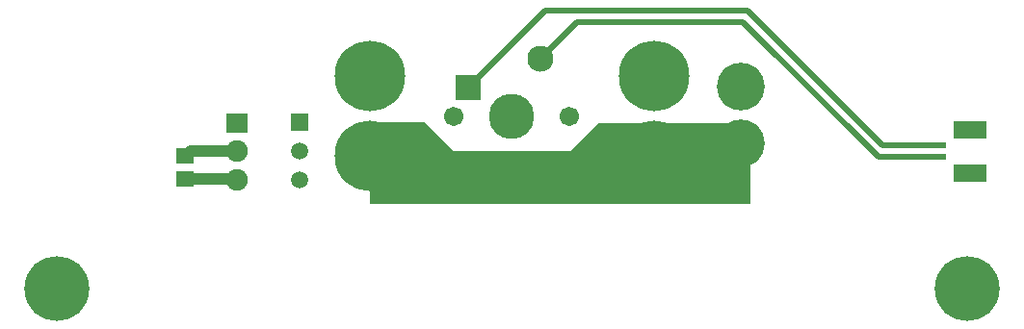
<source format=gbl>
G04*
G04 #@! TF.GenerationSoftware,Altium Limited,Altium Designer,20.0.9 (164)*
G04*
G04 Layer_Physical_Order=2*
G04 Layer_Color=16711680*
%FSLAX25Y25*%
%MOIN*%
G70*
G01*
G75*
%ADD24C,0.15700*%
%ADD25C,0.06700*%
%ADD26C,0.09055*%
%ADD27R,0.09055X0.09055*%
%ADD28C,0.00315*%
%ADD34C,0.03937*%
%ADD36C,0.24410*%
%ADD37R,0.07480X0.07087*%
%ADD38C,0.07480*%
%ADD39R,0.05906X0.05906*%
%ADD40C,0.05906*%
%ADD41C,0.16535*%
%ADD42C,0.01575*%
%ADD43C,0.22441*%
%ADD44R,0.05906X0.05512*%
%ADD45R,0.07874X0.01968*%
%ADD46R,0.11811X0.05906*%
%ADD47C,0.01968*%
G36*
X-20000Y-11317D02*
X20179D01*
X29823Y-1673D01*
X82677D01*
Y-29528D01*
X-49213D01*
Y-1317D01*
X-30000D01*
X-20000Y-11317D01*
D02*
G37*
D24*
X0Y787D02*
D03*
D25*
X-20000D02*
D03*
X20000D02*
D03*
D26*
X10000Y20787D02*
D03*
D27*
X-15000Y10787D02*
D03*
D28*
X0Y787D02*
D03*
D34*
X-95472Y-21063D02*
X-95276Y-21260D01*
X-112795Y-21063D02*
X-95472D01*
X-112992Y-20866D02*
X-112795Y-21063D01*
X-111221Y-11417D02*
X-95276D01*
X-112795Y-12992D02*
X-111221Y-11417D01*
X-112992Y-12992D02*
X-112795D01*
D36*
X49213Y-12992D02*
D03*
Y14567D02*
D03*
X-49213D02*
D03*
Y-12992D02*
D03*
D37*
X-95276Y-1575D02*
D03*
D38*
Y-11417D02*
D03*
Y-21260D02*
D03*
D39*
X-73622Y-1417D02*
D03*
D40*
Y-11417D02*
D03*
Y-21417D02*
D03*
D41*
X79134Y11024D02*
D03*
Y-8661D02*
D03*
D42*
X41732Y-5512D02*
D03*
X42126Y-20866D02*
D03*
X56299D02*
D03*
X56693Y-5512D02*
D03*
Y22047D02*
D03*
X56299Y6693D02*
D03*
X42126D02*
D03*
X41732Y22047D02*
D03*
X-56693D02*
D03*
X-56299Y6693D02*
D03*
X-42126D02*
D03*
X-41732Y22047D02*
D03*
Y-5512D02*
D03*
X-42126Y-20866D02*
D03*
X-56299D02*
D03*
X-56693Y-5512D02*
D03*
X79134Y-15551D02*
D03*
Y-1673D02*
D03*
X72244Y-8760D02*
D03*
X86024Y-8661D02*
D03*
Y11024D02*
D03*
X72244Y10925D02*
D03*
X79134Y18012D02*
D03*
Y4134D02*
D03*
D43*
X-157480Y-59055D02*
D03*
X157480D02*
D03*
D44*
X-112992Y-12992D02*
D03*
Y-20866D02*
D03*
D45*
X146063Y-13385D02*
D03*
Y-9448D02*
D03*
D46*
X158661Y-18898D02*
D03*
Y-3937D02*
D03*
D47*
X11614Y37402D02*
X81496D01*
X-15000Y10787D02*
X11614Y37402D01*
X79865Y33465D02*
X126715Y-13385D01*
X10000Y20787D02*
X22677Y33465D01*
X79865D01*
X126715Y-13385D02*
X146063D01*
X81496Y37402D02*
X128346Y-9448D01*
X146063D01*
M02*

</source>
